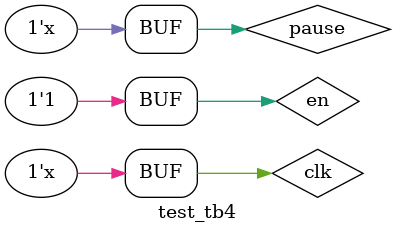
<source format=sv>
`timescale 1ns / 1ps


module test_tb4(

    );
    
    logic clk = 1;
    logic en;
    logic [31:0] data;
    logic pause = 0;
    
    
    always #5 clk =~clk;
    always #80 pause = ~pause;
    initial begin
        en = 0;
        #20 en = 1;
    end
    nfsr tb(.clk,.rstn(en),.pause(0),.nfsr_data(data),.iout(i),.oout(o));
endmodule

</source>
